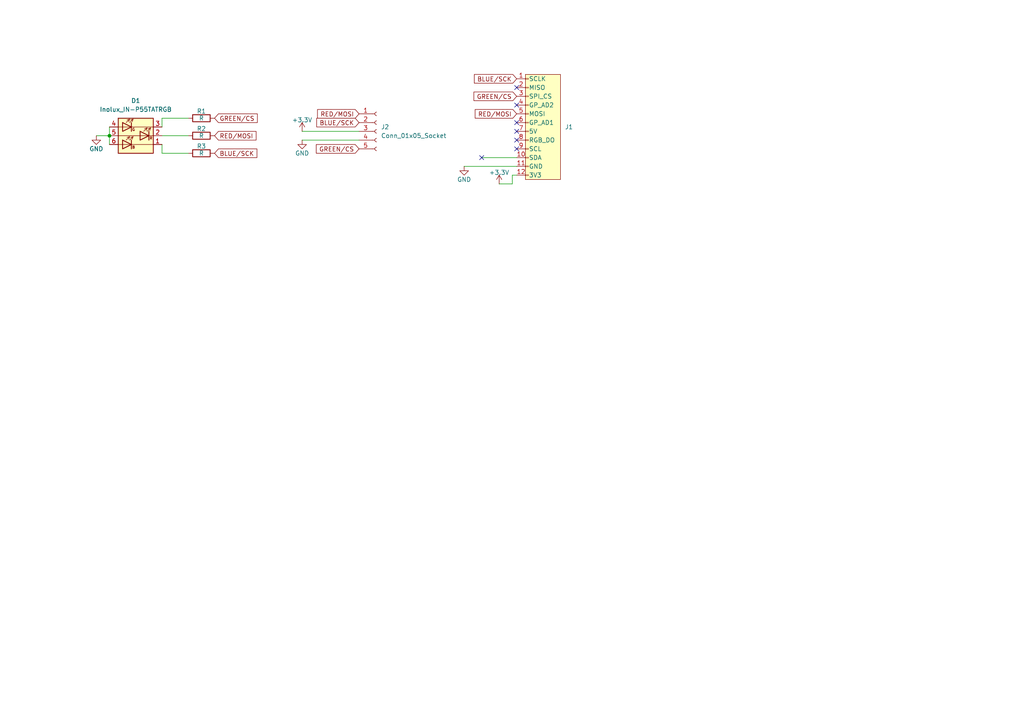
<source format=kicad_sch>
(kicad_sch (version 20231120) (generator "eeschema") (generator_version "8.0")
  (paper "A4")
  (lib_symbols
    (symbol "Connector:Conn_01x05_Socket" (pin_names (offset 1.016) hide)
      (property "Reference" "J" (at 0 7.62 0))
      (property "Value" "Conn_01x05_Socket" (at 0 -7.62 0))
      (symbol "Conn_01x05_Socket_1_1"
        (arc (start 0 -4.572) (mid -0.5058 -5.08) (end 0 -5.588) (stroke (width 0.1524)))
        (arc (start 0 -2.032) (mid -0.5058 -2.54) (end 0 -3.048) (stroke (width 0.1524)))
        (polyline (pts (xy -1.27 -5.08) (xy -0.508 -5.08)) (stroke (width 0.1524)))
        (polyline (pts (xy -1.27 -2.54) (xy -0.508 -2.54)) (stroke (width 0.1524)))
        (polyline (pts (xy -1.27 0) (xy -0.508 0)) (stroke (width 0.1524)))
        (polyline (pts (xy -1.27 2.54) (xy -0.508 2.54)) (stroke (width 0.1524)))
        (polyline (pts (xy -1.27 5.08) (xy -0.508 5.08)) (stroke (width 0.1524)))
        (arc (start 0 0.508) (mid -0.5058 0) (end 0 -0.508) (stroke (width 0.1524)))
        (arc (start 0 3.048) (mid -0.5058 2.54) (end 0 2.032) (stroke (width 0.1524)))
        (arc (start 0 5.588) (mid -0.5058 5.08) (end 0 4.572) (stroke (width 0.1524)))
        (pin passive line (at -5.08 5.08 0) (length 3.81) (name "Pin_1") (number "1"))
        (pin passive line (at -5.08 2.54 0) (length 3.81) (name "Pin_2") (number "2"))
        (pin passive line (at -5.08 0 0) (length 3.81) (name "Pin_3") (number "3"))
        (pin passive line (at -5.08 -2.54 0) (length 3.81) (name "Pin_4") (number "4"))
        (pin passive line (at -5.08 -5.08 0) (length 3.81) (name "Pin_5") (number "5"))
      )
    )
    (symbol "Device:R" (pin_numbers hide) (pin_names (offset 0))
      (property "Reference" "R" (at 2.032 0 90))
      (property "Value" "R" (at 0 0 90))
      (symbol "R_0_1"
        (rectangle (start -1.016 -2.54) (end 1.016 2.54) (stroke (width 0.254)))
      )
      (symbol "R_1_1"
        (pin passive line (at 0 3.81 270) (length 1.27) (name "~") (number "1"))
        (pin passive line (at 0 -3.81 90) (length 1.27) (name "~") (number "2"))
      )
    )
    (symbol "LED:Inolux_IN-P55TATRGB" (pin_names hide)
      (property "Reference" "D" (at -5.08 6.35 0))
      (property "Value" "Inolux_IN-P55TATRGB" (at -5.08 -6.35 0))
      (symbol "Inolux_IN-P55TATRGB_0_0"
        (text "B" (at -0.635 -3.3274 0) (effects (font (size 0.762 0.762))))
      )
      (symbol "Inolux_IN-P55TATRGB_0_1"
        (rectangle (start -5.08 5.08) (end 5.08 -5.08) (stroke (width 0.254)) (fill (type background)))
        (polyline (pts (xy -5.08 -2.54) (xy 5.08 -2.54)))
        (polyline (pts (xy -5.08 0) (xy 5.08 0)))
        (polyline (pts (xy -5.08 2.54) (xy 5.08 2.54)))
        (polyline (pts (xy -2.794 -1.27) (xy -1.778 -0.254)))
        (polyline (pts (xy -2.794 3.81) (xy -1.778 4.826)))
        (polyline (pts (xy -1.778 -1.27) (xy -0.762 -0.254)))
        (polyline (pts (xy -1.778 3.81) (xy -0.762 4.826)))
        (polyline (pts (xy -1.27 -1.27) (xy -1.27 -3.81)) (stroke (width 0.254)))
        (polyline (pts (xy -1.27 3.81) (xy -1.27 1.27)) (stroke (width 0.254)))
        (polyline (pts (xy 2.286 1.27) (xy 3.302 2.286)))
        (polyline (pts (xy 3.302 1.27) (xy 4.318 2.286)))
        (polyline (pts (xy 3.81 1.27) (xy 3.81 -1.27)) (stroke (width 0.254)))
        (polyline (pts (xy -2.54 4.572) (xy -1.778 4.826) (xy -2.032 4.064)))
        (polyline (pts (xy -2.032 -1.016) (xy -1.778 -0.254) (xy -2.54 -0.508)))
        (polyline (pts (xy -1.524 -0.508) (xy -0.762 -0.254) (xy -1.016 -1.016)))
        (polyline (pts (xy -1.524 4.572) (xy -0.762 4.826) (xy -1.016 4.064)))
        (polyline (pts (xy 3.048 1.524) (xy 3.302 2.286) (xy 2.54 2.032)))
        (polyline (pts (xy 3.556 2.032) (xy 4.318 2.286) (xy 4.064 1.524)))
        (polyline (pts (xy -3.81 -1.27) (xy -3.81 -3.81) (xy -1.27 -2.54) (xy -3.81 -1.27)) (stroke (width 0.254)))
        (polyline (pts (xy -3.81 3.81) (xy -3.81 1.27) (xy -1.27 2.54) (xy -3.81 3.81)) (stroke (width 0.254)))
        (polyline (pts (xy 1.27 1.27) (xy 1.27 -1.27) (xy 3.81 0) (xy 1.27 1.27)) (stroke (width 0.254)))
      )
      (symbol "Inolux_IN-P55TATRGB_1_0"
        (text "G" (at -0.635 1.8034 0) (effects (font (size 0.762 0.762))))
        (text "R" (at 4.4196 -0.7112 0) (effects (font (size 0.762 0.762))))
      )
      (symbol "Inolux_IN-P55TATRGB_1_1"
        (pin passive line (at 7.62 -2.54 180) (length 2.54) (name "KB") (number "1"))
        (pin passive line (at 7.62 0 180) (length 2.54) (name "KR") (number "2"))
        (pin passive line (at 7.62 2.54 180) (length 2.54) (name "KG") (number "3"))
        (pin passive line (at -7.62 2.54 0) (length 2.54) (name "AG") (number "4"))
        (pin passive line (at -7.62 0 0) (length 2.54) (name "AR") (number "5"))
        (pin passive line (at -7.62 -2.54 0) (length 2.54) (name "AB") (number "6"))
      )
    )
    (symbol "power:+3.3V" (power) (pin_numbers hide) (pin_names (offset 0) hide)
      (property "Value" "+3.3V" (at 0 3.556 0))
      (symbol "+3.3V_0_1"
        (polyline (pts (xy -0.762 1.27) (xy 0 2.54)))
        (polyline (pts (xy 0 0) (xy 0 2.54)))
        (polyline (pts (xy 0 2.54) (xy 0.762 1.27)))
      )
      (symbol "+3.3V_1_1"
        (pin power_in line (at 0 0 90) (length 0) (name "~") (number "1"))
      )
    )
    (symbol "power:GND" (power) (pin_numbers hide) (pin_names (offset 0) hide)
      (property "Value" "GND" (at 0 -3.81 0))
      (symbol "GND_0_1"
        (polyline (pts (xy 0 0) (xy 0 -1.27) (xy 1.27 -1.27) (xy 0 -2.54) (xy -1.27 -1.27) (xy 0 -1.27)))
      )
      (symbol "GND_1_1"
        (pin power_in line (at 0 0 270) (length 0) (name "~") (number "1"))
      )
    )
    (symbol "vik:vik-module-connector" (pin_names (offset 1))
      (property "Reference" "J" (at 0 15.875 0))
      (symbol "vik-module-connector_1_1"
        (rectangle (start -5.08 13.97) (end 5.08 -16.51) (fill (type background)))
        (rectangle (start -5.0546 -15.113) (end -4.191 -15.367) (stroke (width 0.1)))
        (rectangle (start -5.0546 -12.573) (end -4.191 -12.827) (stroke (width 0.1)))
        (rectangle (start -5.0546 -10.033) (end -4.191 -10.287) (stroke (width 0.1)))
        (rectangle (start -5.0546 -7.493) (end -4.191 -7.747) (stroke (width 0.1)))
        (rectangle (start -5.0546 -4.953) (end -4.191 -5.207) (stroke (width 0.1)))
        (rectangle (start -5.0546 -2.413) (end -4.191 -2.667) (stroke (width 0.1)))
        (rectangle (start -5.0546 0.127) (end -4.191 -0.127) (stroke (width 0.1)))
        (rectangle (start -5.0546 2.667) (end -4.191 2.413) (stroke (width 0.1)))
        (rectangle (start -5.0546 5.207) (end -4.191 4.953) (stroke (width 0.1)))
        (rectangle (start -5.0546 7.747) (end -4.191 7.493) (stroke (width 0.1)))
        (rectangle (start -5.0546 10.287) (end -4.191 10.033) (stroke (width 0.1)))
        (rectangle (start -5.0546 12.827) (end -4.191 12.573) (stroke (width 0.1)))
        (pin output line (at -7.62 12.7 0) (length 2.54) (name "SCLK") (number "1"))
        (pin bidirectional line (at -7.62 -10.16 0) (length 2.54) (name "SDA") (number "10"))
        (pin power_out line (at -7.62 -12.7 0) (length 2.54) (name "GND") (number "11"))
        (pin power_out line (at -7.62 -15.24 0) (length 2.54) (name "3V3") (number "12"))
        (pin tri_state line (at -7.62 10.16 0) (length 2.54) (name "MISO") (number "2"))
        (pin output line (at -7.62 7.62 0) (length 2.54) (name "SPI_CS") (number "3"))
        (pin bidirectional line (at -7.62 5.08 0) (length 2.54) (name "GP_AD2") (number "4"))
        (pin output line (at -7.62 2.54 0) (length 2.54) (name "MOSI") (number "5"))
        (pin bidirectional line (at -7.62 0 0) (length 2.54) (name "GP_AD1") (number "6"))
        (pin power_out line (at -7.62 -2.54 0) (length 2.54) (name "5V") (number "7"))
        (pin output line (at -7.62 -5.08 0) (length 2.54) (name "RGB_DO") (number "8"))
        (pin bidirectional line (at -7.62 -7.62 0) (length 2.54) (name "SCL") (number "9"))
      )
    )
  )
  (junction (at 31.75 39.37))
  (no_connect (at 149.86 35.56))
  (no_connect (at 149.86 25.4))
  (no_connect (at 139.7 45.72))
  (no_connect (at 149.86 30.48))
  (no_connect (at 149.86 38.1))
  (no_connect (at 149.86 43.18))
  (no_connect (at 149.86 40.64))
  (wire (pts (xy 46.99 34.29) (xy 46.99 36.83)))
  (wire (pts (xy 27.94 39.37) (xy 31.75 39.37)))
  (wire (pts (xy 139.7 45.72) (xy 149.86 45.72)))
  (wire (pts (xy 46.99 39.37) (xy 54.61 39.37)))
  (wire (pts (xy 148.59 50.8) (xy 149.86 50.8)))
  (wire (pts (xy 134.62 48.26) (xy 149.86 48.26)))
  (wire (pts (xy 54.61 34.29) (xy 46.99 34.29)))
  (wire (pts (xy 31.75 39.37) (xy 31.75 41.91)))
  (wire (pts (xy 31.75 36.83) (xy 31.75 39.37)))
  (wire (pts (xy 46.99 41.91) (xy 46.99 44.45)))
  (wire (pts (xy 87.63 40.64) (xy 104.14 40.64)))
  (wire (pts (xy 148.59 53.34) (xy 148.59 50.8)))
  (wire (pts (xy 144.78 53.34) (xy 148.59 53.34)))
  (wire (pts (xy 87.63 38.1) (xy 104.14 38.1)))
  (wire (pts (xy 46.99 44.45) (xy 54.61 44.45)))
  (global_label "BLUE/SCK" (shape input) (at 62.23 44.45 0) (property "Intersheetrefs" "${INTERSHEET_REFS}" (effects (hide yes))))
  (global_label "RED{slash}MOSI" (shape input) (at 62.23 39.37 0) (property "Intersheetrefs" "${INTERSHEET_REFS}" (effects (hide yes))))
  (global_label "BLUE/SCK" (shape input) (at 149.86 22.86 180) (property "Intersheetrefs" "${INTERSHEET_REFS}" (effects (hide yes))))
  (global_label "BLUE/SCK" (shape input) (at 104.14 35.56 180) (property "Intersheetrefs" "${INTERSHEET_REFS}" (effects (hide yes))))
  (global_label "GREEN/CS" (shape input) (at 104.14 43.18 180) (property "Intersheetrefs" "${INTERSHEET_REFS}" (effects (hide yes))))
  (global_label "GREEN/CS" (shape input) (at 149.86 27.94 180) (property "Intersheetrefs" "${INTERSHEET_REFS}" (effects (hide yes))))
  (global_label "RED{slash}MOSI" (shape input) (at 149.86 33.02 180) (property "Intersheetrefs" "${INTERSHEET_REFS}" (effects (hide yes))))
  (global_label "GREEN/CS" (shape input) (at 62.23 34.29 0) (property "Intersheetrefs" "${INTERSHEET_REFS}" (effects (hide yes))))
  (global_label "RED{slash}MOSI" (shape input) (at 104.14 33.02 180) (property "Intersheetrefs" "${INTERSHEET_REFS}" (effects (hide yes))))
  (symbol (lib_id "Device:R") (at 58.42 34.29 90) (unit 1)
    (property "Reference" "R1" (at 58.42 32.258 90))
    (property "Value" "R" (at 58.42 34.29 90))
    (property "Footprint" "Resistor_SMD:R_1206_3216Metric_Pad1.30x1.75mm_HandSolder" (effects (hide yes)))
    (property "Description" "Resistor" (effects (hide yes)))
  )
  (symbol (lib_id "vik:vik-module-connector") (at 157.48 35.56 0) (unit 1)
    (property "Reference" "J1" (at 163.83 36.8299 0) (effects (justify left)))
    (property "Value" "vik-module-connector" (effects (hide yes)))
    (property "Footprint" "zzkeeb:Connector_VIK-horizontal-module" (effects (hide yes)))
  )
  (symbol (lib_id "Connector:Conn_01x05_Socket") (at 109.22 38.1 0) (unit 1)
    (property "Reference" "J2" (at 110.49 36.8299 0) (effects (justify left)))
    (property "Value" "Conn_01x05_Socket" (at 110.49 39.3699 0) (effects (justify left)))
    (property "Footprint" "Connector_PinSocket_2.54mm:PinSocket_1x05_P2.54mm_Vertical" (effects (hide yes)))
    (property "Description" "Generic connector, single row, 01x05, script generated" (effects (hide yes)))
  )
  (symbol (lib_id "Device:R") (at 58.42 39.37 90) (unit 1)
    (property "Reference" "R2" (at 58.42 37.338 90))
    (property "Value" "R" (at 58.42 39.37 90))
    (property "Footprint" "Resistor_SMD:R_1206_3216Metric_Pad1.30x1.75mm_HandSolder" (effects (hide yes)))
    (property "Description" "Resistor" (effects (hide yes)))
  )
  (symbol (lib_id "Device:R") (at 58.42 44.45 90) (unit 1)
    (property "Reference" "R3" (at 58.42 42.418 90))
    (property "Value" "R" (at 58.42 44.45 90))
    (property "Footprint" "Resistor_SMD:R_1206_3216Metric_Pad1.30x1.75mm_HandSolder" (effects (hide yes)))
    (property "Description" "Resistor" (effects (hide yes)))
  )
  (symbol (lib_id "power:GND") (at 134.62 48.26 0) (unit 1)
    (property "Reference" "#PWR03" (effects (hide yes)))
    (property "Value" "GND" (at 134.62 52.07 0))
  )
  (symbol (lib_id "LED:Inolux_IN-P55TATRGB") (at 39.37 39.37 0) (unit 1)
    (property "Reference" "D1" (at 39.37 29.21 0))
    (property "Value" "Inolux_IN-P55TATRGB" (at 39.37 31.75 0))
    (property "Footprint" "zzkeeb:LED_RGB_5050-6-flip" (effects (hide yes)))
    (property "Datasheet" "https://www.inolux-corp.com/datasheet/SMDLED/RGB%20Top%20View/IN-P55TATRGB.pdf" (effects (hide yes)))
    (property "Description" "Inolux RGB LED, PLCC-6" (effects (hide yes)))
  )
  (symbol (lib_id "power:+3.3V") (at 144.78 53.34 0) (unit 1)
    (property "Reference" "#PWR04" (effects (hide yes)))
    (property "Value" "+3.3V" (at 144.78 50.038 0))
    (property "Description" "Power symbol creates a global label with name \"+3.3V\"" (effects (hide yes)))
  )
  (symbol (lib_id "power:GND") (at 27.94 39.37 0) (unit 1)
    (property "Reference" "#PWR01" (effects (hide yes)))
    (property "Value" "GND" (at 27.94 43.18 0))
    (property "Description" "Power symbol creates a global label with name \"GND\" , ground" (effects (hide yes)))
  )
  (symbol (lib_id "power:GND") (at 87.63 40.64 0) (unit 1)
    (property "Reference" "#PWR02" (effects (hide yes)))
    (property "Value" "GND" (at 87.63 44.45 0))
  )
  (symbol (lib_id "power:+3.3V") (at 87.63 38.1 0) (unit 1)
    (property "Reference" "#PWR05" (effects (hide yes)))
    (property "Value" "+3.3V" (at 87.63 34.798 0))
    (property "Description" "Power symbol creates a global label with name \"+3.3V\"" (effects (hide yes)))
  )
)
</source>
